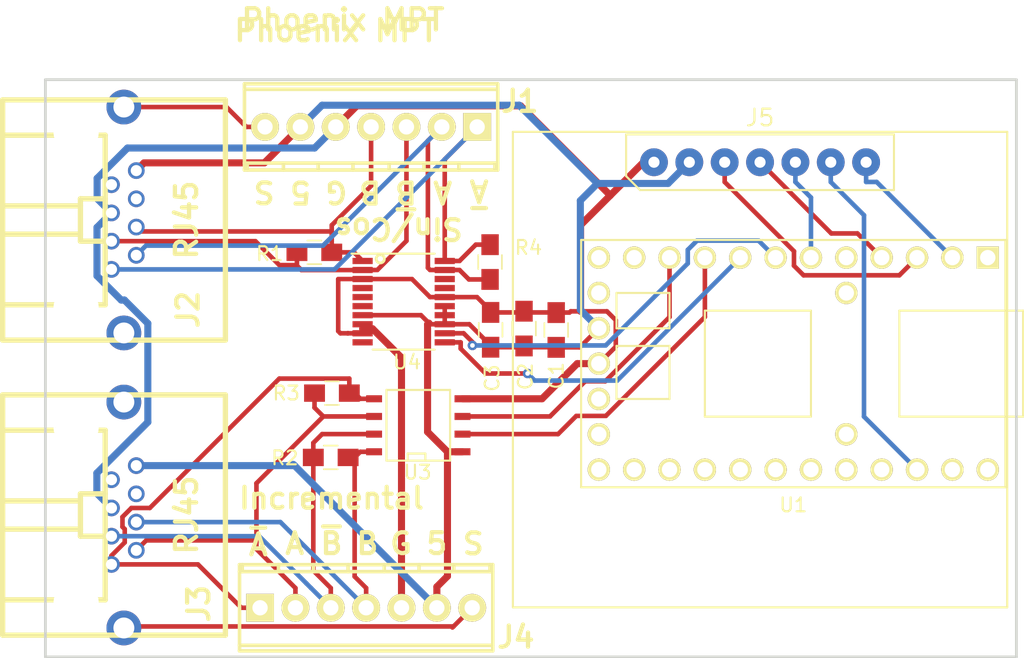
<source format=kicad_pcb>
(kicad_pcb (version 4) (host pcbnew 4.0.7-e2-6376~58~ubuntu17.04.1)

  (general
    (links 61)
    (no_connects 0)
    (area 30.060899 47.8028 103.986401 95.123)
    (thickness 1.6)
    (drawings 21)
    (tracks 227)
    (zones 0)
    (modules 15)
    (nets 22)
  )

  (page A4)
  (layers
    (0 F.Cu signal)
    (31 B.Cu signal)
    (32 B.Adhes user)
    (33 F.Adhes user)
    (34 B.Paste user)
    (35 F.Paste user)
    (36 B.SilkS user)
    (37 F.SilkS user)
    (38 B.Mask user)
    (39 F.Mask user)
    (40 Dwgs.User user)
    (41 Cmts.User user)
    (42 Eco1.User user)
    (43 Eco2.User user)
    (44 Edge.Cuts user)
    (45 Margin user)
    (46 B.CrtYd user)
    (47 F.CrtYd user)
    (48 B.Fab user)
    (49 F.Fab user hide)
  )

  (setup
    (last_trace_width 0.3302)
    (user_trace_width 0.3302)
    (trace_clearance 0.1778)
    (zone_clearance 0.508)
    (zone_45_only no)
    (trace_min 0.1524)
    (segment_width 0.2)
    (edge_width 0.2)
    (via_size 0.6858)
    (via_drill 0.3302)
    (via_min_size 0.6858)
    (via_min_drill 0.3302)
    (uvia_size 0.6858)
    (uvia_drill 0.3302)
    (uvias_allowed no)
    (uvia_min_size 0)
    (uvia_min_drill 0)
    (pcb_text_width 0.3)
    (pcb_text_size 1.5 1.5)
    (mod_edge_width 0.15)
    (mod_text_size 1 1)
    (mod_text_width 0.15)
    (pad_size 1.524 1.524)
    (pad_drill 0.762)
    (pad_to_mask_clearance 0.0508)
    (aux_axis_origin 0 0)
    (visible_elements FFFFFFFF)
    (pcbplotparams
      (layerselection 0x00030_80000001)
      (usegerberextensions false)
      (excludeedgelayer true)
      (linewidth 0.100000)
      (plotframeref false)
      (viasonmask false)
      (mode 1)
      (useauxorigin false)
      (hpglpennumber 1)
      (hpglpenspeed 20)
      (hpglpendiameter 15)
      (hpglpenoverlay 2)
      (psnegative false)
      (psa4output false)
      (plotreference true)
      (plotvalue true)
      (plotinvisibletext false)
      (padsonsilk false)
      (subtractmaskfromsilk false)
      (outputformat 1)
      (mirror false)
      (drillshape 0)
      (scaleselection 1)
      (outputdirectory ""))
  )

  (net 0 "")
  (net 1 "Net-(J1-Pad1)")
  (net 2 "Net-(J1-Pad2)")
  (net 3 "Net-(J1-Pad3)")
  (net 4 "Net-(J1-Pad4)")
  (net 5 "Net-(J1-Pad7)")
  (net 6 "Net-(U1-Pad10)")
  (net 7 "Net-(U1-Pad9)")
  (net 8 "Net-(U1-Pad8)")
  (net 9 "Net-(U1-Pad7)")
  (net 10 "Net-(J3-Pad3)")
  (net 11 "Net-(J3-Pad1)")
  (net 12 "Net-(J3-Pad2)")
  (net 13 "Net-(J3-Pad4)")
  (net 14 "Net-(J3-Pad9)")
  (net 15 "Net-(J5-Pad4)")
  (net 16 "Net-(J5-Pad3)")
  (net 17 "Net-(J5-Pad5)")
  (net 18 "Net-(J5-Pad6)")
  (net 19 GND)
  (net 20 +5V)
  (net 21 "Net-(J5-Pad7)")

  (net_class Default "This is the default net class."
    (clearance 0.1778)
    (trace_width 0.3302)
    (via_dia 0.6858)
    (via_drill 0.3302)
    (uvia_dia 0.6858)
    (uvia_drill 0.3302)
    (add_net "Net-(J1-Pad1)")
    (add_net "Net-(J1-Pad2)")
    (add_net "Net-(J1-Pad3)")
    (add_net "Net-(J1-Pad4)")
    (add_net "Net-(J1-Pad7)")
    (add_net "Net-(J3-Pad1)")
    (add_net "Net-(J3-Pad2)")
    (add_net "Net-(J3-Pad3)")
    (add_net "Net-(J3-Pad4)")
    (add_net "Net-(J3-Pad9)")
    (add_net "Net-(J5-Pad3)")
    (add_net "Net-(J5-Pad4)")
    (add_net "Net-(J5-Pad5)")
    (add_net "Net-(J5-Pad6)")
    (add_net "Net-(J5-Pad7)")
    (add_net "Net-(U1-Pad10)")
    (add_net "Net-(U1-Pad7)")
    (add_net "Net-(U1-Pad8)")
    (add_net "Net-(U1-Pad9)")
  )

  (net_class Power ""
    (clearance 0.1778)
    (trace_width 0.508)
    (via_dia 0.6858)
    (via_drill 0.3302)
    (uvia_dia 0.6858)
    (uvia_drill 0.3302)
    (add_net +5V)
    (add_net GND)
  )

  (module teensy:Teensy2.0 (layer F.Cu) (tedit 581B9E8B) (tstamp 5A4998B2)
    (at 87.2236 73.914 180)
    (descr 11)
    (path /5A4948E4)
    (fp_text reference U1 (at 0 -10.16 180) (layer F.SilkS)
      (effects (font (size 1 1) (thickness 0.15)))
    )
    (fp_text value Teensy2.0 (at 0 10.16 180) (layer F.Fab)
      (effects (font (size 1 1) (thickness 0.15)))
    )
    (fp_line (start 12.7 2.54) (end 8.89 2.54) (layer F.SilkS) (width 0.15))
    (fp_line (start 8.89 2.54) (end 8.89 5.08) (layer F.SilkS) (width 0.15))
    (fp_line (start 8.89 5.08) (end 12.7 5.08) (layer F.SilkS) (width 0.15))
    (fp_line (start 12.7 5.08) (end 12.7 2.54) (layer F.SilkS) (width 0.15))
    (fp_line (start 12.7 -2.54) (end 8.89 -2.54) (layer F.SilkS) (width 0.15))
    (fp_line (start 8.89 -2.54) (end 8.89 0) (layer F.SilkS) (width 0.15))
    (fp_line (start 8.89 0) (end 8.89 1.27) (layer F.SilkS) (width 0.15))
    (fp_line (start 8.89 1.27) (end 12.7 1.27) (layer F.SilkS) (width 0.15))
    (fp_line (start 12.7 1.27) (end 12.7 -2.54) (layer F.SilkS) (width 0.15))
    (fp_line (start -1.27 3.81) (end 6.35 3.81) (layer F.SilkS) (width 0.15))
    (fp_line (start 6.35 3.81) (end 6.35 -3.81) (layer F.SilkS) (width 0.15))
    (fp_line (start 6.35 -3.81) (end -1.27 -3.81) (layer F.SilkS) (width 0.15))
    (fp_line (start -1.27 -3.81) (end -1.27 3.81) (layer F.SilkS) (width 0.15))
    (fp_line (start -7.62 3.81) (end -16.51 3.81) (layer F.SilkS) (width 0.15))
    (fp_line (start -16.51 3.81) (end -16.51 -3.81) (layer F.SilkS) (width 0.15))
    (fp_line (start -16.51 -3.81) (end -7.62 -3.81) (layer F.SilkS) (width 0.15))
    (fp_line (start -7.62 -3.81) (end -7.62 3.81) (layer F.SilkS) (width 0.15))
    (fp_line (start -15.24 -8.89) (end 15.24 -8.89) (layer F.SilkS) (width 0.15))
    (fp_line (start 15.24 -8.89) (end 15.24 8.89) (layer F.SilkS) (width 0.15))
    (fp_line (start 15.24 8.89) (end -15.24 8.89) (layer F.SilkS) (width 0.15))
    (fp_line (start -15.24 8.89) (end -15.24 -8.89) (layer F.SilkS) (width 0.15))
    (pad 15 thru_hole circle (at 13.97 0 180) (size 1.6 1.6) (drill 1.1) (layers *.Cu *.Mask F.SilkS)
      (net 19 GND))
    (pad 1 thru_hole rect (at -13.97 7.62 180) (size 1.6 1.6) (drill 1.1) (layers *.Cu *.Mask F.SilkS))
    (pad 2 thru_hole circle (at -11.43 7.62 180) (size 1.6 1.6) (drill 1.1) (layers *.Cu *.Mask F.SilkS)
      (net 21 "Net-(J5-Pad7)"))
    (pad 3 thru_hole circle (at -8.89 7.62 180) (size 1.6 1.6) (drill 1.1) (layers *.Cu *.Mask F.SilkS)
      (net 16 "Net-(J5-Pad3)"))
    (pad 4 thru_hole circle (at -6.35 7.62 180) (size 1.6 1.6) (drill 1.1) (layers *.Cu *.Mask F.SilkS)
      (net 15 "Net-(J5-Pad4)"))
    (pad 5 thru_hole circle (at -3.81 7.62 180) (size 1.6 1.6) (drill 1.1) (layers *.Cu *.Mask F.SilkS))
    (pad 6 thru_hole circle (at -1.27 7.62 180) (size 1.6 1.6) (drill 1.1) (layers *.Cu *.Mask F.SilkS)
      (net 17 "Net-(J5-Pad5)"))
    (pad 7 thru_hole circle (at 1.27 7.62 180) (size 1.6 1.6) (drill 1.1) (layers *.Cu *.Mask F.SilkS)
      (net 9 "Net-(U1-Pad7)"))
    (pad 8 thru_hole circle (at 3.81 7.62 180) (size 1.6 1.6) (drill 1.1) (layers *.Cu *.Mask F.SilkS)
      (net 8 "Net-(U1-Pad8)"))
    (pad 9 thru_hole circle (at 6.35 7.62 180) (size 1.6 1.6) (drill 1.1) (layers *.Cu *.Mask F.SilkS)
      (net 7 "Net-(U1-Pad9)"))
    (pad 10 thru_hole circle (at 8.89 7.62 180) (size 1.6 1.6) (drill 1.1) (layers *.Cu *.Mask F.SilkS)
      (net 6 "Net-(U1-Pad10)"))
    (pad 11 thru_hole circle (at 11.43 7.62 180) (size 1.6 1.6) (drill 1.1) (layers *.Cu *.Mask F.SilkS))
    (pad 12 thru_hole circle (at 13.97 7.62 180) (size 1.6 1.6) (drill 1.1) (layers *.Cu *.Mask F.SilkS))
    (pad 13 thru_hole circle (at 13.97 5.08 180) (size 1.6 1.6) (drill 1.1) (layers *.Cu *.Mask F.SilkS))
    (pad 14 thru_hole circle (at 13.97 2.54 180) (size 1.6 1.6) (drill 1.1) (layers *.Cu *.Mask F.SilkS)
      (net 20 +5V))
    (pad 16 thru_hole circle (at 13.97 -2.54 180) (size 1.6 1.6) (drill 1.1) (layers *.Cu *.Mask F.SilkS))
    (pad 17 thru_hole circle (at 13.97 -5.08 180) (size 1.6 1.6) (drill 1.1) (layers *.Cu *.Mask F.SilkS))
    (pad 18 thru_hole circle (at 13.97 -7.62 180) (size 1.6 1.6) (drill 1.1) (layers *.Cu *.Mask F.SilkS))
    (pad 19 thru_hole circle (at 11.43 -7.62 180) (size 1.6 1.6) (drill 1.1) (layers *.Cu *.Mask F.SilkS))
    (pad 20 thru_hole circle (at 8.89 -7.62 180) (size 1.6 1.6) (drill 1.1) (layers *.Cu *.Mask F.SilkS))
    (pad 21 thru_hole circle (at 6.35 -7.62 180) (size 1.6 1.6) (drill 1.1) (layers *.Cu *.Mask F.SilkS))
    (pad 22 thru_hole circle (at 3.81 -7.62 180) (size 1.6 1.6) (drill 1.1) (layers *.Cu *.Mask F.SilkS))
    (pad 23 thru_hole circle (at 1.27 -7.62 180) (size 1.6 1.6) (drill 1.1) (layers *.Cu *.Mask F.SilkS))
    (pad 24 thru_hole circle (at -1.27 -7.62 180) (size 1.6 1.6) (drill 1.1) (layers *.Cu *.Mask F.SilkS))
    (pad 25 thru_hole circle (at -3.81 -7.62 180) (size 1.6 1.6) (drill 1.1) (layers *.Cu *.Mask F.SilkS))
    (pad 26 thru_hole circle (at -6.35 -7.62 180) (size 1.6 1.6) (drill 1.1) (layers *.Cu *.Mask F.SilkS))
    (pad 27 thru_hole circle (at -8.89 -7.62 180) (size 1.6 1.6) (drill 1.1) (layers *.Cu *.Mask F.SilkS)
      (net 18 "Net-(J5-Pad6)"))
    (pad 28 thru_hole circle (at -11.43 -7.62 180) (size 1.6 1.6) (drill 1.1) (layers *.Cu *.Mask F.SilkS))
    (pad 29 thru_hole circle (at -13.97 -7.62 180) (size 1.6 1.6) (drill 1.1) (layers *.Cu *.Mask F.SilkS))
    (pad 30 thru_hole circle (at -3.81 5.08 180) (size 1.6 1.6) (drill 1.1) (layers *.Cu *.Mask F.SilkS))
    (pad 31 thru_hole circle (at -3.81 -5.08 180) (size 1.6 1.6) (drill 1.1) (layers *.Cu *.Mask F.SilkS))
  )

  (module w_conn_mpt:mpt_0,5%2f7-2,54 (layer F.Cu) (tedit 0) (tstamp 5A499E0C)
    (at 56.896 56.896)
    (descr "7-way 2.54mm pitch terminal block, Phoenix MPT series")
    (path /5A49A5B7)
    (fp_text reference J1 (at 10.6807 -1.8415) (layer F.SilkS)
      (effects (font (thickness 0.3048)))
    )
    (fp_text value "Phoenix MPT" (at -2.5273 -6.9215) (layer F.SilkS)
      (effects (font (thickness 0.3048)))
    )
    (fp_line (start 9.10082 -3.0988) (end -9.10082 -3.0988) (layer F.SilkS) (width 0.254))
    (fp_line (start 9.10082 -2.70002) (end -9.10082 -2.70002) (layer F.SilkS) (width 0.254))
    (fp_line (start -9.10082 3.0988) (end 9.10082 3.0988) (layer F.SilkS) (width 0.254))
    (fp_line (start 9.10082 2.60096) (end -9.10082 2.60096) (layer F.SilkS) (width 0.254))
    (fp_line (start 6.2992 2.60096) (end 6.2992 3.0988) (layer F.SilkS) (width 0.254))
    (fp_line (start 3.79984 2.60096) (end 3.79984 3.0988) (layer F.SilkS) (width 0.254))
    (fp_line (start 1.30048 2.60096) (end 1.30048 3.0988) (layer F.SilkS) (width 0.254))
    (fp_line (start -1.30302 2.60096) (end -1.30302 3.0988) (layer F.SilkS) (width 0.254))
    (fp_line (start -3.79984 2.60096) (end -3.79984 3.0988) (layer F.SilkS) (width 0.254))
    (fp_line (start -8.89762 3.0988) (end -8.89762 2.60096) (layer F.SilkS) (width 0.254))
    (fp_line (start 8.89762 2.60096) (end 8.89762 3.0988) (layer F.SilkS) (width 0.254))
    (fp_line (start -6.29666 3.0988) (end -6.29666 2.60096) (layer F.SilkS) (width 0.254))
    (fp_line (start 9.09574 3.0988) (end 9.09574 -3.0988) (layer F.SilkS) (width 0.254))
    (fp_line (start -9.09574 -3.0988) (end -9.09574 3.0988) (layer F.SilkS) (width 0.254))
    (pad 4 thru_hole oval (at 0 0) (size 1.99898 1.99898) (drill 1.09728) (layers *.Cu *.Mask F.SilkS)
      (net 4 "Net-(J1-Pad4)"))
    (pad 1 thru_hole rect (at 7.62 0) (size 1.99898 1.99898) (drill 1.09728) (layers *.Cu *.Mask F.SilkS)
      (net 1 "Net-(J1-Pad1)"))
    (pad 2 thru_hole oval (at 5.08 0) (size 1.99898 1.99898) (drill 1.09728) (layers *.Cu *.Mask F.SilkS)
      (net 2 "Net-(J1-Pad2)"))
    (pad 3 thru_hole oval (at 2.54 0) (size 1.99898 1.99898) (drill 1.09728) (layers *.Cu *.Mask F.SilkS)
      (net 3 "Net-(J1-Pad3)"))
    (pad 5 thru_hole oval (at -2.54 0) (size 1.99898 1.99898) (drill 1.09728) (layers *.Cu *.Mask F.SilkS)
      (net 19 GND))
    (pad 6 thru_hole oval (at -5.08 0) (size 1.99898 1.99898) (drill 1.09728) (layers *.Cu *.Mask F.SilkS)
      (net 20 +5V))
    (pad 7 thru_hole oval (at -7.62 0) (size 1.99898 1.99898) (drill 1.09728) (layers *.Cu *.Mask F.SilkS)
      (net 5 "Net-(J1-Pad7)"))
    (model walter/conn_mpt/mpt_0,5-7-2,54.wrl
      (at (xyz 0 0 0))
      (scale (xyz 1 1 1))
      (rotate (xyz 0 0 0))
    )
  )

  (module w_conn_mpt:mpt_0,5%2f7-2,54 (layer F.Cu) (tedit 0) (tstamp 5A499E25)
    (at 56.5404 91.4654 180)
    (descr "7-way 2.54mm pitch terminal block, Phoenix MPT series")
    (path /5A49A780)
    (fp_text reference J4 (at -10.7569 -2.1082 180) (layer F.SilkS)
      (effects (font (thickness 0.3048)))
    )
    (fp_text value "Phoenix MPT" (at 1.6637 42.2656 180) (layer F.SilkS)
      (effects (font (thickness 0.3048)))
    )
    (fp_line (start 9.10082 -3.0988) (end -9.10082 -3.0988) (layer F.SilkS) (width 0.254))
    (fp_line (start 9.10082 -2.70002) (end -9.10082 -2.70002) (layer F.SilkS) (width 0.254))
    (fp_line (start -9.10082 3.0988) (end 9.10082 3.0988) (layer F.SilkS) (width 0.254))
    (fp_line (start 9.10082 2.60096) (end -9.10082 2.60096) (layer F.SilkS) (width 0.254))
    (fp_line (start 6.2992 2.60096) (end 6.2992 3.0988) (layer F.SilkS) (width 0.254))
    (fp_line (start 3.79984 2.60096) (end 3.79984 3.0988) (layer F.SilkS) (width 0.254))
    (fp_line (start 1.30048 2.60096) (end 1.30048 3.0988) (layer F.SilkS) (width 0.254))
    (fp_line (start -1.30302 2.60096) (end -1.30302 3.0988) (layer F.SilkS) (width 0.254))
    (fp_line (start -3.79984 2.60096) (end -3.79984 3.0988) (layer F.SilkS) (width 0.254))
    (fp_line (start -8.89762 3.0988) (end -8.89762 2.60096) (layer F.SilkS) (width 0.254))
    (fp_line (start 8.89762 2.60096) (end 8.89762 3.0988) (layer F.SilkS) (width 0.254))
    (fp_line (start -6.29666 3.0988) (end -6.29666 2.60096) (layer F.SilkS) (width 0.254))
    (fp_line (start 9.09574 3.0988) (end 9.09574 -3.0988) (layer F.SilkS) (width 0.254))
    (fp_line (start -9.09574 -3.0988) (end -9.09574 3.0988) (layer F.SilkS) (width 0.254))
    (pad 4 thru_hole oval (at 0 0 180) (size 1.99898 1.99898) (drill 1.09728) (layers *.Cu *.Mask F.SilkS)
      (net 13 "Net-(J3-Pad4)"))
    (pad 1 thru_hole rect (at 7.62 0 180) (size 1.99898 1.99898) (drill 1.09728) (layers *.Cu *.Mask F.SilkS)
      (net 11 "Net-(J3-Pad1)"))
    (pad 2 thru_hole oval (at 5.08 0 180) (size 1.99898 1.99898) (drill 1.09728) (layers *.Cu *.Mask F.SilkS)
      (net 12 "Net-(J3-Pad2)"))
    (pad 3 thru_hole oval (at 2.54 0 180) (size 1.99898 1.99898) (drill 1.09728) (layers *.Cu *.Mask F.SilkS)
      (net 10 "Net-(J3-Pad3)"))
    (pad 5 thru_hole oval (at -2.54 0 180) (size 1.99898 1.99898) (drill 1.09728) (layers *.Cu *.Mask F.SilkS)
      (net 19 GND))
    (pad 6 thru_hole oval (at -5.08 0 180) (size 1.99898 1.99898) (drill 1.09728) (layers *.Cu *.Mask F.SilkS)
      (net 20 +5V))
    (pad 7 thru_hole oval (at -7.62 0 180) (size 1.99898 1.99898) (drill 1.09728) (layers *.Cu *.Mask F.SilkS)
      (net 14 "Net-(J3-Pad9)"))
    (model walter/conn_mpt/mpt_0,5-7-2,54.wrl
      (at (xyz 0 0 0))
      (scale (xyz 1 1 1))
      (rotate (xyz 0 0 0))
    )
  )

  (module SMD_Packages:SOIC-8-N (layer F.Cu) (tedit 0) (tstamp 5A49BF82)
    (at 60.2869 78.3463 90)
    (descr "Module Narrow CMS SOJ 8 pins large")
    (tags "CMS SOJ")
    (path /5A49BF5B)
    (attr smd)
    (fp_text reference U3 (at -3.3782 -0.0508 180) (layer F.SilkS)
      (effects (font (size 1 1) (thickness 0.15)))
    )
    (fp_text value UA9637 (at 0 1.27 90) (layer F.Fab)
      (effects (font (size 1 1) (thickness 0.15)))
    )
    (fp_line (start -2.54 -2.286) (end 2.54 -2.286) (layer F.SilkS) (width 0.15))
    (fp_line (start 2.54 -2.286) (end 2.54 2.286) (layer F.SilkS) (width 0.15))
    (fp_line (start 2.54 2.286) (end -2.54 2.286) (layer F.SilkS) (width 0.15))
    (fp_line (start -2.54 2.286) (end -2.54 -2.286) (layer F.SilkS) (width 0.15))
    (fp_line (start -2.54 -0.762) (end -2.032 -0.762) (layer F.SilkS) (width 0.15))
    (fp_line (start -2.032 -0.762) (end -2.032 0.508) (layer F.SilkS) (width 0.15))
    (fp_line (start -2.032 0.508) (end -2.54 0.508) (layer F.SilkS) (width 0.15))
    (pad 8 smd rect (at -1.905 -3.175 90) (size 0.508 1.143) (layers F.Cu F.Paste F.Mask)
      (net 13 "Net-(J3-Pad4)"))
    (pad 7 smd rect (at -0.635 -3.175 90) (size 0.508 1.143) (layers F.Cu F.Paste F.Mask)
      (net 10 "Net-(J3-Pad3)"))
    (pad 6 smd rect (at 0.635 -3.175 90) (size 0.508 1.143) (layers F.Cu F.Paste F.Mask)
      (net 12 "Net-(J3-Pad2)"))
    (pad 5 smd rect (at 1.905 -3.175 90) (size 0.508 1.143) (layers F.Cu F.Paste F.Mask)
      (net 11 "Net-(J3-Pad1)"))
    (pad 4 smd rect (at 1.905 3.175 90) (size 0.508 1.143) (layers F.Cu F.Paste F.Mask)
      (net 19 GND))
    (pad 3 smd rect (at 0.635 3.175 90) (size 0.508 1.143) (layers F.Cu F.Paste F.Mask)
      (net 6 "Net-(U1-Pad10)"))
    (pad 2 smd rect (at -0.635 3.175 90) (size 0.508 1.143) (layers F.Cu F.Paste F.Mask)
      (net 7 "Net-(U1-Pad9)"))
    (pad 1 smd rect (at -1.905 3.175 90) (size 0.508 1.143) (layers F.Cu F.Paste F.Mask)
      (net 20 +5V))
    (model SMD_Packages.3dshapes/SOIC-8-N.wrl
      (at (xyz 0 0 0))
      (scale (xyz 0.5 0.38 0.5))
      (rotate (xyz 0 0 0))
    )
  )

  (module Housings_SSOP:TSSOP-20_4.4x6.5mm_Pitch0.65mm (layer F.Cu) (tedit 54130A77) (tstamp 5A49C33B)
    (at 59.2364 69.458)
    (descr "20-Lead Plastic Thin Shrink Small Outline (ST)-4.4 mm Body [TSSOP] (see Microchip Packaging Specification 00000049BS.pdf)")
    (tags "SSOP 0.65")
    (path /5A49CDBA)
    (attr smd)
    (fp_text reference U4 (at 0.2377 4.3417) (layer F.SilkS)
      (effects (font (size 1 1) (thickness 0.15)))
    )
    (fp_text value IC-Haus_iC-NV (at 0 4.3) (layer F.Fab)
      (effects (font (size 1 1) (thickness 0.15)))
    )
    (fp_line (start -1.2 -3.25) (end 2.2 -3.25) (layer F.Fab) (width 0.15))
    (fp_line (start 2.2 -3.25) (end 2.2 3.25) (layer F.Fab) (width 0.15))
    (fp_line (start 2.2 3.25) (end -2.2 3.25) (layer F.Fab) (width 0.15))
    (fp_line (start -2.2 3.25) (end -2.2 -2.25) (layer F.Fab) (width 0.15))
    (fp_line (start -2.2 -2.25) (end -1.2 -3.25) (layer F.Fab) (width 0.15))
    (fp_line (start -3.95 -3.55) (end -3.95 3.55) (layer F.CrtYd) (width 0.05))
    (fp_line (start 3.95 -3.55) (end 3.95 3.55) (layer F.CrtYd) (width 0.05))
    (fp_line (start -3.95 -3.55) (end 3.95 -3.55) (layer F.CrtYd) (width 0.05))
    (fp_line (start -3.95 3.55) (end 3.95 3.55) (layer F.CrtYd) (width 0.05))
    (fp_line (start -2.225 3.45) (end 2.225 3.45) (layer F.SilkS) (width 0.15))
    (fp_line (start -3.75 -3.45) (end 2.225 -3.45) (layer F.SilkS) (width 0.15))
    (fp_text user %R (at 0 0) (layer F.Fab)
      (effects (font (size 0.8 0.8) (thickness 0.15)))
    )
    (pad 1 smd rect (at -2.95 -2.925) (size 1.45 0.45) (layers F.Cu F.Paste F.Mask)
      (net 4 "Net-(J1-Pad4)"))
    (pad 2 smd rect (at -2.95 -2.275) (size 1.45 0.45) (layers F.Cu F.Paste F.Mask)
      (net 3 "Net-(J1-Pad3)"))
    (pad 3 smd rect (at -2.95 -1.625) (size 1.45 0.45) (layers F.Cu F.Paste F.Mask)
      (net 19 GND))
    (pad 4 smd rect (at -2.95 -0.975) (size 1.45 0.45) (layers F.Cu F.Paste F.Mask))
    (pad 5 smd rect (at -2.95 -0.325) (size 1.45 0.45) (layers F.Cu F.Paste F.Mask))
    (pad 6 smd rect (at -2.95 0.325) (size 1.45 0.45) (layers F.Cu F.Paste F.Mask))
    (pad 7 smd rect (at -2.95 0.975) (size 1.45 0.45) (layers F.Cu F.Paste F.Mask)
      (net 20 +5V))
    (pad 8 smd rect (at -2.95 1.625) (size 1.45 0.45) (layers F.Cu F.Paste F.Mask)
      (net 19 GND))
    (pad 9 smd rect (at -2.95 2.275) (size 1.45 0.45) (layers F.Cu F.Paste F.Mask)
      (net 19 GND))
    (pad 10 smd rect (at -2.95 2.925) (size 1.45 0.45) (layers F.Cu F.Paste F.Mask))
    (pad 11 smd rect (at 2.95 2.925) (size 1.45 0.45) (layers F.Cu F.Paste F.Mask)
      (net 8 "Net-(U1-Pad8)"))
    (pad 12 smd rect (at 2.95 2.275) (size 1.45 0.45) (layers F.Cu F.Paste F.Mask)
      (net 9 "Net-(U1-Pad7)"))
    (pad 13 smd rect (at 2.95 1.625) (size 1.45 0.45) (layers F.Cu F.Paste F.Mask)
      (net 20 +5V))
    (pad 14 smd rect (at 2.95 0.975) (size 1.45 0.45) (layers F.Cu F.Paste F.Mask)
      (net 20 +5V))
    (pad 15 smd rect (at 2.95 0.325) (size 1.45 0.45) (layers F.Cu F.Paste F.Mask)
      (net 20 +5V))
    (pad 16 smd rect (at 2.95 -0.325) (size 1.45 0.45) (layers F.Cu F.Paste F.Mask)
      (net 19 GND))
    (pad 17 smd rect (at 2.95 -0.975) (size 1.45 0.45) (layers F.Cu F.Paste F.Mask))
    (pad 18 smd rect (at 2.95 -1.625) (size 1.45 0.45) (layers F.Cu F.Paste F.Mask))
    (pad 19 smd rect (at 2.95 -2.275) (size 1.45 0.45) (layers F.Cu F.Paste F.Mask)
      (net 2 "Net-(J1-Pad2)"))
    (pad 20 smd rect (at 2.95 -2.925) (size 1.45 0.45) (layers F.Cu F.Paste F.Mask)
      (net 1 "Net-(J1-Pad1)"))
    (model ${KISYS3DMOD}/Housings_SSOP.3dshapes/TSSOP-20_4.4x6.5mm_Pitch0.65mm.wrl
      (at (xyz 0 0 0))
      (scale (xyz 1 1 1))
      (rotate (xyz 0 0 0))
    )
  )

  (module OLED_SPI_1:OLED_SPI_1.3 (layer F.Cu) (tedit 5A498E3E) (tstamp 5A49F505)
    (at 84.836 59.436)
    (path /5A49F383)
    (fp_text reference J5 (at 0 -3.2) (layer F.SilkS)
      (effects (font (size 1.2 1.2) (thickness 0.15)))
    )
    (fp_text value OLED (at 0 3.2) (layer F.Fab)
      (effects (font (size 1.2 1.2) (thickness 0.15)))
    )
    (fp_line (start -17.7546 -2.1844) (end -17.7546 32) (layer F.SilkS) (width 0.15))
    (fp_line (start -17.75 32) (end 17.75 32) (layer F.SilkS) (width 0.15))
    (fp_line (start -17.7546 -2.1844) (end 17.7546 -2.1844) (layer F.SilkS) (width 0.15))
    (fp_line (start 17.7546 -2.1844) (end 17.7546 32) (layer F.SilkS) (width 0.15))
    (fp_line (start -8.62 2) (end -9.62 1) (layer F.SilkS) (width 0.15))
    (fp_line (start -9.62 1) (end -9.62 -2) (layer F.SilkS) (width 0.15))
    (fp_line (start -9.62 -2) (end 9.62 -2) (layer F.SilkS) (width 0.15))
    (fp_line (start 9.62 -2) (end 9.62 2) (layer F.SilkS) (width 0.15))
    (fp_line (start 9.62 2) (end -8.62 2) (layer F.SilkS) (width 0.15))
    (fp_line (start -9.62 -2) (end 9.62 -2) (layer F.CrtYd) (width 0.15))
    (fp_line (start 9.62 -2) (end 9.62 2) (layer F.CrtYd) (width 0.15))
    (fp_line (start 9.62 2) (end -9.62 2) (layer F.CrtYd) (width 0.15))
    (fp_line (start -9.62 2) (end -9.62 -2) (layer F.CrtYd) (width 0.15))
    (pad 1 thru_hole oval (at -7.62 0) (size 2 2) (drill 0.8) (layers *.Cu *.Mask)
      (net 19 GND))
    (pad 2 thru_hole oval (at -5.08 0) (size 2 2) (drill 0.8) (layers *.Cu *.Mask)
      (net 20 +5V))
    (pad 3 thru_hole oval (at -2.54 0) (size 2 2) (drill 0.8) (layers *.Cu *.Mask)
      (net 16 "Net-(J5-Pad3)"))
    (pad 4 thru_hole oval (at 0 0) (size 2 2) (drill 0.8) (layers *.Cu *.Mask)
      (net 15 "Net-(J5-Pad4)"))
    (pad 5 thru_hole oval (at 2.54 0) (size 2 2) (drill 0.8) (layers *.Cu *.Mask)
      (net 17 "Net-(J5-Pad5)"))
    (pad 6 thru_hole oval (at 5.08 0) (size 2 2) (drill 0.8) (layers *.Cu *.Mask)
      (net 18 "Net-(J5-Pad6)"))
    (pad 7 thru_hole oval (at 7.62 0) (size 2 2) (drill 0.8) (layers *.Cu *.Mask)
      (net 21 "Net-(J5-Pad7)"))
    (pad "" np_thru_hole circle (at -15.75 0.3) (size 3 3) (drill 3) (layers *.Cu *.Mask))
    (pad "" np_thru_hole circle (at 15.75 0.3) (size 3 3) (drill 3) (layers *.Cu *.Mask))
    (pad "" np_thru_hole circle (at -15.75 30) (size 3 3) (drill 3) (layers *.Cu *.Mask))
    (pad "" np_thru_hole circle (at 15.75 30) (size 3 3) (drill 3) (layers *.Cu *.Mask))
  )

  (module Capacitors_SMD:C_0805_HandSoldering (layer F.Cu) (tedit 58AA84A8) (tstamp 5A4A0DDB)
    (at 70.1929 71.4937 270)
    (descr "Capacitor SMD 0805, hand soldering")
    (tags "capacitor 0805")
    (path /5A4A1163)
    (attr smd)
    (fp_text reference C1 (at 3.2966 -0.0127 270) (layer F.SilkS)
      (effects (font (size 1 1) (thickness 0.15)))
    )
    (fp_text value 0.1u (at 0 1.75 270) (layer F.Fab)
      (effects (font (size 1 1) (thickness 0.15)))
    )
    (fp_text user %R (at 0 -1.75 270) (layer F.Fab)
      (effects (font (size 1 1) (thickness 0.15)))
    )
    (fp_line (start -1 0.62) (end -1 -0.62) (layer F.Fab) (width 0.1))
    (fp_line (start 1 0.62) (end -1 0.62) (layer F.Fab) (width 0.1))
    (fp_line (start 1 -0.62) (end 1 0.62) (layer F.Fab) (width 0.1))
    (fp_line (start -1 -0.62) (end 1 -0.62) (layer F.Fab) (width 0.1))
    (fp_line (start 0.5 -0.85) (end -0.5 -0.85) (layer F.SilkS) (width 0.12))
    (fp_line (start -0.5 0.85) (end 0.5 0.85) (layer F.SilkS) (width 0.12))
    (fp_line (start -2.25 -0.88) (end 2.25 -0.88) (layer F.CrtYd) (width 0.05))
    (fp_line (start -2.25 -0.88) (end -2.25 0.87) (layer F.CrtYd) (width 0.05))
    (fp_line (start 2.25 0.87) (end 2.25 -0.88) (layer F.CrtYd) (width 0.05))
    (fp_line (start 2.25 0.87) (end -2.25 0.87) (layer F.CrtYd) (width 0.05))
    (pad 1 smd rect (at -1.25 0 270) (size 1.5 1.25) (layers F.Cu F.Paste F.Mask)
      (net 19 GND))
    (pad 2 smd rect (at 1.25 0 270) (size 1.5 1.25) (layers F.Cu F.Paste F.Mask)
      (net 20 +5V))
    (model Capacitors_SMD.3dshapes/C_0805.wrl
      (at (xyz 0 0 0))
      (scale (xyz 1 1 1))
      (rotate (xyz 0 0 0))
    )
  )

  (module Capacitors_SMD:C_0805_HandSoldering (layer F.Cu) (tedit 58AA84A8) (tstamp 5A4A0DEC)
    (at 67.8815 71.394 270)
    (descr "Capacitor SMD 0805, hand soldering")
    (tags "capacitor 0805")
    (path /5A4A14EE)
    (attr smd)
    (fp_text reference C2 (at 3.4471 -0.1016 270) (layer F.SilkS)
      (effects (font (size 1 1) (thickness 0.15)))
    )
    (fp_text value 1u (at 0 1.75 270) (layer F.Fab)
      (effects (font (size 1 1) (thickness 0.15)))
    )
    (fp_text user %R (at 0 -1.75 270) (layer F.Fab)
      (effects (font (size 1 1) (thickness 0.15)))
    )
    (fp_line (start -1 0.62) (end -1 -0.62) (layer F.Fab) (width 0.1))
    (fp_line (start 1 0.62) (end -1 0.62) (layer F.Fab) (width 0.1))
    (fp_line (start 1 -0.62) (end 1 0.62) (layer F.Fab) (width 0.1))
    (fp_line (start -1 -0.62) (end 1 -0.62) (layer F.Fab) (width 0.1))
    (fp_line (start 0.5 -0.85) (end -0.5 -0.85) (layer F.SilkS) (width 0.12))
    (fp_line (start -0.5 0.85) (end 0.5 0.85) (layer F.SilkS) (width 0.12))
    (fp_line (start -2.25 -0.88) (end 2.25 -0.88) (layer F.CrtYd) (width 0.05))
    (fp_line (start -2.25 -0.88) (end -2.25 0.87) (layer F.CrtYd) (width 0.05))
    (fp_line (start 2.25 0.87) (end 2.25 -0.88) (layer F.CrtYd) (width 0.05))
    (fp_line (start 2.25 0.87) (end -2.25 0.87) (layer F.CrtYd) (width 0.05))
    (pad 1 smd rect (at -1.25 0 270) (size 1.5 1.25) (layers F.Cu F.Paste F.Mask)
      (net 19 GND))
    (pad 2 smd rect (at 1.25 0 270) (size 1.5 1.25) (layers F.Cu F.Paste F.Mask)
      (net 20 +5V))
    (model Capacitors_SMD.3dshapes/C_0805.wrl
      (at (xyz 0 0 0))
      (scale (xyz 1 1 1))
      (rotate (xyz 0 0 0))
    )
  )

  (module Capacitors_SMD:C_0805_HandSoldering (layer F.Cu) (tedit 58AA84A8) (tstamp 5A4A0DFD)
    (at 65.4812 71.4829 270)
    (descr "Capacitor SMD 0805, hand soldering")
    (tags "capacitor 0805")
    (path /5A4A1746)
    (attr smd)
    (fp_text reference C3 (at 3.4725 -0.1143 270) (layer F.SilkS)
      (effects (font (size 1 1) (thickness 0.15)))
    )
    (fp_text value 10u (at 0 1.75 270) (layer F.Fab)
      (effects (font (size 1 1) (thickness 0.15)))
    )
    (fp_text user %R (at 0 -1.75 270) (layer F.Fab)
      (effects (font (size 1 1) (thickness 0.15)))
    )
    (fp_line (start -1 0.62) (end -1 -0.62) (layer F.Fab) (width 0.1))
    (fp_line (start 1 0.62) (end -1 0.62) (layer F.Fab) (width 0.1))
    (fp_line (start 1 -0.62) (end 1 0.62) (layer F.Fab) (width 0.1))
    (fp_line (start -1 -0.62) (end 1 -0.62) (layer F.Fab) (width 0.1))
    (fp_line (start 0.5 -0.85) (end -0.5 -0.85) (layer F.SilkS) (width 0.12))
    (fp_line (start -0.5 0.85) (end 0.5 0.85) (layer F.SilkS) (width 0.12))
    (fp_line (start -2.25 -0.88) (end 2.25 -0.88) (layer F.CrtYd) (width 0.05))
    (fp_line (start -2.25 -0.88) (end -2.25 0.87) (layer F.CrtYd) (width 0.05))
    (fp_line (start 2.25 0.87) (end 2.25 -0.88) (layer F.CrtYd) (width 0.05))
    (fp_line (start 2.25 0.87) (end -2.25 0.87) (layer F.CrtYd) (width 0.05))
    (pad 1 smd rect (at -1.25 0 270) (size 1.5 1.25) (layers F.Cu F.Paste F.Mask)
      (net 19 GND))
    (pad 2 smd rect (at 1.25 0 270) (size 1.5 1.25) (layers F.Cu F.Paste F.Mask)
      (net 20 +5V))
    (model Capacitors_SMD.3dshapes/C_0805.wrl
      (at (xyz 0 0 0))
      (scale (xyz 1 1 1))
      (rotate (xyz 0 0 0))
    )
  )

  (module Capacitors_SMD:C_0805_HandSoldering (layer F.Cu) (tedit 58AA84A8) (tstamp 5A4A0E0E)
    (at 52.8193 65.913)
    (descr "Capacitor SMD 0805, hand soldering")
    (tags "capacitor 0805")
    (path /5A4A0C38)
    (attr smd)
    (fp_text reference R1 (at -3.2131 0.1016) (layer F.SilkS)
      (effects (font (size 1 1) (thickness 0.15)))
    )
    (fp_text value R120 (at 0 1.75) (layer F.Fab)
      (effects (font (size 1 1) (thickness 0.15)))
    )
    (fp_text user %R (at 0 -1.75) (layer F.Fab)
      (effects (font (size 1 1) (thickness 0.15)))
    )
    (fp_line (start -1 0.62) (end -1 -0.62) (layer F.Fab) (width 0.1))
    (fp_line (start 1 0.62) (end -1 0.62) (layer F.Fab) (width 0.1))
    (fp_line (start 1 -0.62) (end 1 0.62) (layer F.Fab) (width 0.1))
    (fp_line (start -1 -0.62) (end 1 -0.62) (layer F.Fab) (width 0.1))
    (fp_line (start 0.5 -0.85) (end -0.5 -0.85) (layer F.SilkS) (width 0.12))
    (fp_line (start -0.5 0.85) (end 0.5 0.85) (layer F.SilkS) (width 0.12))
    (fp_line (start -2.25 -0.88) (end 2.25 -0.88) (layer F.CrtYd) (width 0.05))
    (fp_line (start -2.25 -0.88) (end -2.25 0.87) (layer F.CrtYd) (width 0.05))
    (fp_line (start 2.25 0.87) (end 2.25 -0.88) (layer F.CrtYd) (width 0.05))
    (fp_line (start 2.25 0.87) (end -2.25 0.87) (layer F.CrtYd) (width 0.05))
    (pad 1 smd rect (at -1.25 0) (size 1.5 1.25) (layers F.Cu F.Paste F.Mask)
      (net 3 "Net-(J1-Pad3)"))
    (pad 2 smd rect (at 1.25 0) (size 1.5 1.25) (layers F.Cu F.Paste F.Mask)
      (net 4 "Net-(J1-Pad4)"))
    (model Capacitors_SMD.3dshapes/C_0805.wrl
      (at (xyz 0 0 0))
      (scale (xyz 1 1 1))
      (rotate (xyz 0 0 0))
    )
  )

  (module Capacitors_SMD:C_0805_HandSoldering (layer F.Cu) (tedit 58AA84A8) (tstamp 5A4A0E1F)
    (at 53.995 80.6577)
    (descr "Capacitor SMD 0805, hand soldering")
    (tags "capacitor 0805")
    (path /5A4A0DE7)
    (attr smd)
    (fp_text reference R2 (at -3.2966 0.0381) (layer F.SilkS)
      (effects (font (size 1 1) (thickness 0.15)))
    )
    (fp_text value R120 (at 0 1.75) (layer F.Fab)
      (effects (font (size 1 1) (thickness 0.15)))
    )
    (fp_text user %R (at 0 -1.75) (layer F.Fab)
      (effects (font (size 1 1) (thickness 0.15)))
    )
    (fp_line (start -1 0.62) (end -1 -0.62) (layer F.Fab) (width 0.1))
    (fp_line (start 1 0.62) (end -1 0.62) (layer F.Fab) (width 0.1))
    (fp_line (start 1 -0.62) (end 1 0.62) (layer F.Fab) (width 0.1))
    (fp_line (start -1 -0.62) (end 1 -0.62) (layer F.Fab) (width 0.1))
    (fp_line (start 0.5 -0.85) (end -0.5 -0.85) (layer F.SilkS) (width 0.12))
    (fp_line (start -0.5 0.85) (end 0.5 0.85) (layer F.SilkS) (width 0.12))
    (fp_line (start -2.25 -0.88) (end 2.25 -0.88) (layer F.CrtYd) (width 0.05))
    (fp_line (start -2.25 -0.88) (end -2.25 0.87) (layer F.CrtYd) (width 0.05))
    (fp_line (start 2.25 0.87) (end 2.25 -0.88) (layer F.CrtYd) (width 0.05))
    (fp_line (start 2.25 0.87) (end -2.25 0.87) (layer F.CrtYd) (width 0.05))
    (pad 1 smd rect (at -1.25 0) (size 1.5 1.25) (layers F.Cu F.Paste F.Mask)
      (net 10 "Net-(J3-Pad3)"))
    (pad 2 smd rect (at 1.25 0) (size 1.5 1.25) (layers F.Cu F.Paste F.Mask)
      (net 13 "Net-(J3-Pad4)"))
    (model Capacitors_SMD.3dshapes/C_0805.wrl
      (at (xyz 0 0 0))
      (scale (xyz 1 1 1))
      (rotate (xyz 0 0 0))
    )
  )

  (module Capacitors_SMD:C_0805_HandSoldering (layer F.Cu) (tedit 58AA84A8) (tstamp 5A4A0E30)
    (at 54.082 76.0349 180)
    (descr "Capacitor SMD 0805, hand soldering")
    (tags "capacitor 0805")
    (path /5A4A0F8F)
    (attr smd)
    (fp_text reference R3 (at 3.282 0 180) (layer F.SilkS)
      (effects (font (size 1 1) (thickness 0.15)))
    )
    (fp_text value R120 (at 0 1.75 180) (layer F.Fab)
      (effects (font (size 1 1) (thickness 0.15)))
    )
    (fp_text user %R (at 0 -1.75 180) (layer F.Fab)
      (effects (font (size 1 1) (thickness 0.15)))
    )
    (fp_line (start -1 0.62) (end -1 -0.62) (layer F.Fab) (width 0.1))
    (fp_line (start 1 0.62) (end -1 0.62) (layer F.Fab) (width 0.1))
    (fp_line (start 1 -0.62) (end 1 0.62) (layer F.Fab) (width 0.1))
    (fp_line (start -1 -0.62) (end 1 -0.62) (layer F.Fab) (width 0.1))
    (fp_line (start 0.5 -0.85) (end -0.5 -0.85) (layer F.SilkS) (width 0.12))
    (fp_line (start -0.5 0.85) (end 0.5 0.85) (layer F.SilkS) (width 0.12))
    (fp_line (start -2.25 -0.88) (end 2.25 -0.88) (layer F.CrtYd) (width 0.05))
    (fp_line (start -2.25 -0.88) (end -2.25 0.87) (layer F.CrtYd) (width 0.05))
    (fp_line (start 2.25 0.87) (end 2.25 -0.88) (layer F.CrtYd) (width 0.05))
    (fp_line (start 2.25 0.87) (end -2.25 0.87) (layer F.CrtYd) (width 0.05))
    (pad 1 smd rect (at -1.25 0 180) (size 1.5 1.25) (layers F.Cu F.Paste F.Mask)
      (net 11 "Net-(J3-Pad1)"))
    (pad 2 smd rect (at 1.25 0 180) (size 1.5 1.25) (layers F.Cu F.Paste F.Mask)
      (net 12 "Net-(J3-Pad2)"))
    (model Capacitors_SMD.3dshapes/C_0805.wrl
      (at (xyz 0 0 0))
      (scale (xyz 1 1 1))
      (rotate (xyz 0 0 0))
    )
  )

  (module Capacitors_SMD:C_0805_HandSoldering (layer F.Cu) (tedit 58AA84A8) (tstamp 5A4A0E41)
    (at 65.4431 66.6115 90)
    (descr "Capacitor SMD 0805, hand soldering")
    (tags "capacitor 0805")
    (path /5A4A0AE9)
    (attr smd)
    (fp_text reference R4 (at 1.0414 2.7559 180) (layer F.SilkS)
      (effects (font (size 1 1) (thickness 0.15)))
    )
    (fp_text value R120 (at 0 1.75 90) (layer F.Fab)
      (effects (font (size 1 1) (thickness 0.15)))
    )
    (fp_text user %R (at 0 -1.75 90) (layer F.Fab)
      (effects (font (size 1 1) (thickness 0.15)))
    )
    (fp_line (start -1 0.62) (end -1 -0.62) (layer F.Fab) (width 0.1))
    (fp_line (start 1 0.62) (end -1 0.62) (layer F.Fab) (width 0.1))
    (fp_line (start 1 -0.62) (end 1 0.62) (layer F.Fab) (width 0.1))
    (fp_line (start -1 -0.62) (end 1 -0.62) (layer F.Fab) (width 0.1))
    (fp_line (start 0.5 -0.85) (end -0.5 -0.85) (layer F.SilkS) (width 0.12))
    (fp_line (start -0.5 0.85) (end 0.5 0.85) (layer F.SilkS) (width 0.12))
    (fp_line (start -2.25 -0.88) (end 2.25 -0.88) (layer F.CrtYd) (width 0.05))
    (fp_line (start -2.25 -0.88) (end -2.25 0.87) (layer F.CrtYd) (width 0.05))
    (fp_line (start 2.25 0.87) (end 2.25 -0.88) (layer F.CrtYd) (width 0.05))
    (fp_line (start 2.25 0.87) (end -2.25 0.87) (layer F.CrtYd) (width 0.05))
    (pad 1 smd rect (at -1.25 0 90) (size 1.5 1.25) (layers F.Cu F.Paste F.Mask)
      (net 2 "Net-(J1-Pad2)"))
    (pad 2 smd rect (at 1.25 0 90) (size 1.5 1.25) (layers F.Cu F.Paste F.Mask)
      (net 1 "Net-(J1-Pad1)"))
    (model Capacitors_SMD.3dshapes/C_0805.wrl
      (at (xyz 0 0 0))
      (scale (xyz 1 1 1))
      (rotate (xyz 0 0 0))
    )
  )

  (module RJ45_Wurth:RJ45 (layer F.Cu) (tedit 5A4ACEF2) (tstamp 5A4AD284)
    (at 35.7632 63.5889 270)
    (descr "RJ45, shielded")
    (path /5A48C033)
    (fp_text reference J2 (at 6.4389 -7.9756 270) (layer F.SilkS)
      (effects (font (thickness 0.3048)))
    )
    (fp_text value RJ45 (at 0 -7.874 270) (layer F.SilkS)
      (effects (font (thickness 0.3048)))
    )
    (fp_line (start 8.636 5.334) (end 8.636 -10.666) (layer F.SilkS) (width 0.381))
    (fp_line (start -8.636 -10.666) (end -8.636 5.334) (layer F.SilkS) (width 0.381))
    (fp_line (start 1.524 -0.254) (end -1.524 -0.254) (layer F.SilkS) (width 0.381))
    (fp_line (start 1.016 -0.254) (end 1.016 5.334) (layer F.SilkS) (width 0.381))
    (fp_line (start 1.524 -2.032) (end 1.524 -0.254) (layer F.SilkS) (width 0.381))
    (fp_line (start -1.524 -0.254) (end -1.524 -2.032) (layer F.SilkS) (width 0.381))
    (fp_line (start -1.016 5.334) (end -1.016 -0.254) (layer F.SilkS) (width 0.381))
    (fp_line (start -6.096 5.334) (end -6.096 -2.032) (layer F.SilkS) (width 0.381))
    (fp_line (start -6.096 -2.032) (end 6.096 -2.032) (layer F.SilkS) (width 0.381))
    (fp_line (start 6.096 -2.032) (end 6.096 5.334) (layer F.SilkS) (width 0.381))
    (fp_line (start -8.636 -10.666) (end 8.636 -10.666) (layer F.SilkS) (width 0.381))
    (fp_line (start 8.636 5.334) (end -8.636 5.334) (layer F.SilkS) (width 0.381))
    (pad 3 thru_hole circle (at 1.52146 -2.48412 270) (size 1.19888 1.19888) (drill 0.8001) (layers *.Cu *.Mask)
      (net 3 "Net-(J1-Pad3)"))
    (pad 1 thru_hole circle (at 3.55092 -2.48412 270) (size 1.19888 1.19888) (drill 0.8001) (layers *.Cu *.Mask)
      (net 1 "Net-(J1-Pad1)"))
    (pad 2 thru_hole circle (at 2.53746 -4.26466 270) (size 1.19888 1.19888) (drill 0.8001) (layers *.Cu *.Mask)
      (net 2 "Net-(J1-Pad2)"))
    (pad 4 thru_hole circle (at 0.508 -4.26466 270) (size 1.19888 1.19888) (drill 0.8001) (layers *.Cu *.Mask)
      (net 4 "Net-(J1-Pad4)"))
    (pad 5 thru_hole circle (at -0.508 -2.48412 270) (size 1.19888 1.19888) (drill 0.8001) (layers *.Cu *.Mask)
      (net 19 GND))
    (pad 6 thru_hole circle (at -1.52146 -4.26466 270) (size 1.19888 1.19888) (drill 0.8001) (layers *.Cu *.Mask))
    (pad 7 thru_hole circle (at -2.53746 -2.48412 270) (size 1.19888 1.19888) (drill 0.8001) (layers *.Cu *.Mask))
    (pad 8 thru_hole circle (at -3.55092 -4.26466 270) (size 1.19888 1.19888) (drill 0.8001) (layers *.Cu *.Mask)
      (net 20 +5V))
    (pad 10 thru_hole circle (at -8.12038 -3.37312 270) (size 2.49936 2.49936) (drill 1.50114) (layers *.Cu *.Mask)
      (net 5 "Net-(J1-Pad7)"))
    (pad 9 thru_hole circle (at 8.12038 -3.37312 270) (size 2.49936 2.49936) (drill 1.50114) (layers *.Cu *.Mask))
    (pad "" np_thru_hole circle (at -6.33984 0.05588 270) (size 3.2512 3.2512) (drill 3.2512) (layers *.Cu))
    (pad "" np_thru_hole circle (at 6.33984 0.05588 270) (size 3.2512 3.2512) (drill 3.2512) (layers *.Cu))
    (model walter/conn_pc/rj45-shield.wrl
      (at (xyz 0 0 0))
      (scale (xyz 1 1 1))
      (rotate (xyz 0 0 0))
    )
  )

  (module RJ45_Wurth:RJ45 (layer F.Cu) (tedit 5A4ACEF2) (tstamp 5A4AD29F)
    (at 35.7632 84.7979 270)
    (descr "RJ45, shielded")
    (path /5A48C570)
    (fp_text reference J3 (at 6.3754 -8.7503 270) (layer F.SilkS)
      (effects (font (thickness 0.3048)))
    )
    (fp_text value RJ45 (at 0 -7.874 270) (layer F.SilkS)
      (effects (font (thickness 0.3048)))
    )
    (fp_line (start 8.636 5.334) (end 8.636 -10.666) (layer F.SilkS) (width 0.381))
    (fp_line (start -8.636 -10.666) (end -8.636 5.334) (layer F.SilkS) (width 0.381))
    (fp_line (start 1.524 -0.254) (end -1.524 -0.254) (layer F.SilkS) (width 0.381))
    (fp_line (start 1.016 -0.254) (end 1.016 5.334) (layer F.SilkS) (width 0.381))
    (fp_line (start 1.524 -2.032) (end 1.524 -0.254) (layer F.SilkS) (width 0.381))
    (fp_line (start -1.524 -0.254) (end -1.524 -2.032) (layer F.SilkS) (width 0.381))
    (fp_line (start -1.016 5.334) (end -1.016 -0.254) (layer F.SilkS) (width 0.381))
    (fp_line (start -6.096 5.334) (end -6.096 -2.032) (layer F.SilkS) (width 0.381))
    (fp_line (start -6.096 -2.032) (end 6.096 -2.032) (layer F.SilkS) (width 0.381))
    (fp_line (start 6.096 -2.032) (end 6.096 5.334) (layer F.SilkS) (width 0.381))
    (fp_line (start -8.636 -10.666) (end 8.636 -10.666) (layer F.SilkS) (width 0.381))
    (fp_line (start 8.636 5.334) (end -8.636 5.334) (layer F.SilkS) (width 0.381))
    (pad 3 thru_hole circle (at 1.52146 -2.48412 270) (size 1.19888 1.19888) (drill 0.8001) (layers *.Cu *.Mask)
      (net 10 "Net-(J3-Pad3)"))
    (pad 1 thru_hole circle (at 3.55092 -2.48412 270) (size 1.19888 1.19888) (drill 0.8001) (layers *.Cu *.Mask)
      (net 11 "Net-(J3-Pad1)"))
    (pad 2 thru_hole circle (at 2.53746 -4.26466 270) (size 1.19888 1.19888) (drill 0.8001) (layers *.Cu *.Mask)
      (net 12 "Net-(J3-Pad2)"))
    (pad 4 thru_hole circle (at 0.508 -4.26466 270) (size 1.19888 1.19888) (drill 0.8001) (layers *.Cu *.Mask)
      (net 13 "Net-(J3-Pad4)"))
    (pad 5 thru_hole circle (at -0.508 -2.48412 270) (size 1.19888 1.19888) (drill 0.8001) (layers *.Cu *.Mask)
      (net 19 GND))
    (pad 6 thru_hole circle (at -1.52146 -4.26466 270) (size 1.19888 1.19888) (drill 0.8001) (layers *.Cu *.Mask))
    (pad 7 thru_hole circle (at -2.53746 -2.48412 270) (size 1.19888 1.19888) (drill 0.8001) (layers *.Cu *.Mask))
    (pad 8 thru_hole circle (at -3.55092 -4.26466 270) (size 1.19888 1.19888) (drill 0.8001) (layers *.Cu *.Mask)
      (net 20 +5V))
    (pad 10 thru_hole circle (at -8.12038 -3.37312 270) (size 2.49936 2.49936) (drill 1.50114) (layers *.Cu *.Mask))
    (pad 9 thru_hole circle (at 8.12038 -3.37312 270) (size 2.49936 2.49936) (drill 1.50114) (layers *.Cu *.Mask)
      (net 14 "Net-(J3-Pad9)"))
    (pad "" np_thru_hole circle (at -6.33984 0.05588 270) (size 3.2512 3.2512) (drill 3.2512) (layers *.Cu))
    (pad "" np_thru_hole circle (at 6.33984 0.05588 270) (size 3.2512 3.2512) (drill 3.2512) (layers *.Cu))
    (model walter/conn_pc/rj45-shield.wrl
      (at (xyz 0 0 0))
      (scale (xyz 1 1 1))
      (rotate (xyz 0 0 0))
    )
  )

  (gr_circle (center 57.5564 66.3829) (end 57.7088 66.6369) (layer F.SilkS) (width 0.2))
  (gr_text Sin/Cos (at 58.8772 64.2112 180) (layer F.SilkS)
    (effects (font (size 1.5 1.5) (thickness 0.3)))
  )
  (gr_text Incremental (at 54.0512 83.5914) (layer F.SilkS)
    (effects (font (size 1.5 1.5) (thickness 0.3)))
  )
  (gr_text ~A (at 48.7934 86.9442) (layer F.SilkS) (tstamp 5A4A10E0)
    (effects (font (size 1.5 1.5) (thickness 0.3)))
  )
  (gr_text A (at 51.4096 86.8553) (layer F.SilkS) (tstamp 5A4A10DF)
    (effects (font (size 1.5 1.5) (thickness 0.3)))
  )
  (gr_text ~B (at 54.0512 86.8553) (layer F.SilkS) (tstamp 5A4A10DE)
    (effects (font (size 1.5 1.5) (thickness 0.3)))
  )
  (gr_text B (at 56.6293 86.8553) (layer F.SilkS) (tstamp 5A4A10DD)
    (effects (font (size 1.5 1.5) (thickness 0.3)))
  )
  (gr_text G (at 59.0423 86.8553) (layer F.SilkS) (tstamp 5A4A10DC)
    (effects (font (size 1.5 1.5) (thickness 0.3)))
  )
  (gr_text 5 (at 61.6204 86.8553) (layer F.SilkS) (tstamp 5A4A10DB)
    (effects (font (size 1.5 1.5) (thickness 0.3)))
  )
  (gr_text S (at 64.2366 86.7283 180) (layer F.SilkS) (tstamp 5A4A10DA)
    (effects (font (size 1.5 1.5) (thickness 0.3)))
  )
  (gr_text S (at 49.2125 61.7093) (layer F.SilkS)
    (effects (font (size 1.5 1.5) (thickness 0.3)))
  )
  (gr_text 5 (at 51.8287 61.5823 180) (layer F.SilkS)
    (effects (font (size 1.5 1.5) (thickness 0.3)))
  )
  (gr_text G (at 54.4068 61.5823 180) (layer F.SilkS)
    (effects (font (size 1.5 1.5) (thickness 0.3)))
  )
  (gr_text B (at 56.8198 61.5823 180) (layer F.SilkS)
    (effects (font (size 1.5 1.5) (thickness 0.3)))
  )
  (gr_text ~B (at 59.3979 61.5823 180) (layer F.SilkS)
    (effects (font (size 1.5 1.5) (thickness 0.3)))
  )
  (gr_text A (at 62.0395 61.5823 180) (layer F.SilkS)
    (effects (font (size 1.5 1.5) (thickness 0.3)))
  )
  (gr_text ~A (at 64.6557 61.4934 180) (layer F.SilkS)
    (effects (font (size 1.5 1.5) (thickness 0.3)))
  )
  (gr_line (start 103.25 53.5) (end 33.5 53.5) (angle 90) (layer Edge.Cuts) (width 0.2))
  (gr_line (start 103.25 95) (end 103.25 53.5) (angle 90) (layer Edge.Cuts) (width 0.2))
  (gr_line (start 33.5 95) (end 103.25 95) (angle 90) (layer Edge.Cuts) (width 0.2))
  (gr_line (start 33.5 53.5) (end 33.5 95) (angle 90) (layer Edge.Cuts) (width 0.2))

  (segment (start 62.1864 59.2256) (end 64.516 56.896) (width 0.3302) (layer F.Cu) (net 1))
  (segment (start 62.1864 66.533) (end 62.1864 59.2256) (width 0.3302) (layer F.Cu) (net 1))
  (segment (start 63.2483 66.533) (end 62.1864 66.533) (width 0.3302) (layer F.Cu) (net 1))
  (segment (start 64.4198 65.3615) (end 63.2483 66.533) (width 0.3302) (layer F.Cu) (net 1))
  (segment (start 65.4431 65.3615) (end 64.4198 65.3615) (width 0.3302) (layer F.Cu) (net 1))
  (segment (start 64.516 56.896) (end 54.3012 67.1108) (width 0.3302) (layer B.Cu) (net 1))
  (segment (start 54.2722 67.1398) (end 38.2473 67.1398) (width 0.3302) (layer B.Cu) (net 1))
  (segment (start 54.3012 67.1108) (end 54.2722 67.1398) (width 0.3302) (layer B.Cu) (net 1))
  (segment (start 60.9765 57.8955) (end 61.976 56.896) (width 0.3302) (layer F.Cu) (net 2))
  (segment (start 60.9765 67.0283) (end 60.9765 57.8955) (width 0.3302) (layer F.Cu) (net 2))
  (segment (start 61.1312 67.183) (end 60.9765 67.0283) (width 0.3302) (layer F.Cu) (net 2))
  (segment (start 62.1864 67.183) (end 61.1312 67.183) (width 0.3302) (layer F.Cu) (net 2))
  (segment (start 63.246 67.183) (end 62.1864 67.183) (width 0.3302) (layer F.Cu) (net 2))
  (segment (start 63.9245 67.8615) (end 63.246 67.183) (width 0.3302) (layer F.Cu) (net 2))
  (segment (start 65.4431 67.8615) (end 63.9245 67.8615) (width 0.3302) (layer F.Cu) (net 2))
  (segment (start 61.976 56.896) (end 53.4408 65.4312) (width 0.3302) (layer B.Cu) (net 2))
  (segment (start 40.7231 65.4312) (end 40.0279 66.1264) (width 0.3302) (layer B.Cu) (net 2))
  (segment (start 53.4408 65.4312) (end 40.7231 65.4312) (width 0.3302) (layer B.Cu) (net 2))
  (segment (start 51.5693 66.8682) (end 51.5285 66.8274) (width 0.3302) (layer F.Cu) (net 3))
  (segment (start 48.5851 65.1104) (end 38.2473 65.1104) (width 0.3302) (layer F.Cu) (net 3))
  (segment (start 51.5285 66.8274) (end 50.3021 66.8274) (width 0.3302) (layer F.Cu) (net 3))
  (segment (start 50.3021 66.8274) (end 48.5851 65.1104) (width 0.3302) (layer F.Cu) (net 3))
  (segment (start 59.436 65.0886) (end 59.436 56.896) (width 0.3302) (layer F.Cu) (net 3))
  (segment (start 57.3416 67.183) (end 59.436 65.0886) (width 0.3302) (layer F.Cu) (net 3))
  (segment (start 56.2864 67.183) (end 57.3416 67.183) (width 0.3302) (layer F.Cu) (net 3))
  (segment (start 56.2805 67.1889) (end 56.2864 67.183) (width 0.3302) (layer F.Cu) (net 3))
  (segment (start 51.89 67.1889) (end 56.2805 67.1889) (width 0.3302) (layer F.Cu) (net 3))
  (segment (start 51.5693 66.8682) (end 51.89 67.1889) (width 0.3302) (layer F.Cu) (net 3))
  (segment (start 51.5693 65.913) (end 51.5693 66.8682) (width 0.3302) (layer F.Cu) (net 3))
  (segment (start 55.6664 65.913) (end 56.2864 66.533) (width 0.3302) (layer F.Cu) (net 4))
  (segment (start 54.0693 65.913) (end 55.6664 65.913) (width 0.3302) (layer F.Cu) (net 4))
  (segment (start 54.0693 65.913) (end 54.0693 64.4104) (width 0.3302) (layer F.Cu) (net 4))
  (segment (start 56.896 61.1378) (end 56.896 56.896) (width 0.3302) (layer F.Cu) (net 4))
  (segment (start 54.0693 63.9645) (end 56.896 61.1378) (width 0.3302) (layer F.Cu) (net 4))
  (segment (start 54.0693 64.4104) (end 54.0693 63.9645) (width 0.3302) (layer F.Cu) (net 4))
  (segment (start 40.3414 64.4104) (end 40.0279 64.0969) (width 0.3302) (layer F.Cu) (net 4))
  (segment (start 54.0693 64.4104) (end 40.3414 64.4104) (width 0.3302) (layer F.Cu) (net 4))
  (segment (start 46.5058 55.4685) (end 47.9333 56.896) (width 0.3302) (layer F.Cu) (net 5))
  (segment (start 39.1363 55.4685) (end 46.5058 55.4685) (width 0.3302) (layer F.Cu) (net 5))
  (segment (start 49.276 56.896) (end 47.9333 56.896) (width 0.3302) (layer F.Cu) (net 5))
  (segment (start 78.3336 70.5664) (end 78.3336 66.294) (width 0.3302) (layer F.Cu) (net 6))
  (segment (start 73.716 75.184) (end 78.3336 70.5664) (width 0.3302) (layer F.Cu) (net 6))
  (segment (start 72.2738 75.184) (end 73.716 75.184) (width 0.3302) (layer F.Cu) (net 6))
  (segment (start 69.7465 77.7113) (end 72.2738 75.184) (width 0.3302) (layer F.Cu) (net 6))
  (segment (start 63.4619 77.7113) (end 69.7465 77.7113) (width 0.3302) (layer F.Cu) (net 6))
  (segment (start 70.3279 78.9813) (end 63.4619 78.9813) (width 0.3302) (layer F.Cu) (net 7))
  (segment (start 71.6357 77.6735) (end 70.3279 78.9813) (width 0.3302) (layer F.Cu) (net 7))
  (segment (start 73.7593 77.6735) (end 71.6357 77.6735) (width 0.3302) (layer F.Cu) (net 7))
  (segment (start 80.8736 70.5592) (end 73.7593 77.6735) (width 0.3302) (layer F.Cu) (net 7))
  (segment (start 80.8736 66.294) (end 80.8736 70.5592) (width 0.3302) (layer F.Cu) (net 7))
  (via (at 68.139 74.6239) (size 0.6858) (layers F.Cu B.Cu) (net 8))
  (segment (start 74.5741 75.1335) (end 83.4136 66.294) (width 0.3302) (layer B.Cu) (net 8))
  (segment (start 68.6486 75.1335) (end 74.5741 75.1335) (width 0.3302) (layer B.Cu) (net 8))
  (segment (start 68.139 74.6239) (end 68.6486 75.1335) (width 0.3302) (layer B.Cu) (net 8))
  (segment (start 65.1173 74.6239) (end 68.139 74.6239) (width 0.3302) (layer F.Cu) (net 8))
  (segment (start 63.3308 72.8374) (end 65.1173 74.6239) (width 0.3302) (layer F.Cu) (net 8))
  (segment (start 63.3308 72.383) (end 63.3308 72.8374) (width 0.3302) (layer F.Cu) (net 8))
  (segment (start 62.1864 72.383) (end 63.3308 72.383) (width 0.3302) (layer F.Cu) (net 8))
  (via (at 64.1772 72.6058) (size 0.6858) (layers F.Cu B.Cu) (net 9))
  (segment (start 64.1772 72.3658) (end 64.1772 72.6058) (width 0.3302) (layer F.Cu) (net 9))
  (segment (start 63.5444 71.733) (end 64.1772 72.3658) (width 0.3302) (layer F.Cu) (net 9))
  (segment (start 62.1864 71.733) (end 63.5444 71.733) (width 0.3302) (layer F.Cu) (net 9))
  (segment (start 84.7306 65.071) (end 85.9536 66.294) (width 0.3302) (layer B.Cu) (net 9))
  (segment (start 80.3097 65.071) (end 84.7306 65.071) (width 0.3302) (layer B.Cu) (net 9))
  (segment (start 79.6444 65.7363) (end 80.3097 65.071) (width 0.3302) (layer B.Cu) (net 9))
  (segment (start 79.6444 66.7119) (end 79.6444 65.7363) (width 0.3302) (layer B.Cu) (net 9))
  (segment (start 73.7505 72.6058) (end 79.6444 66.7119) (width 0.3302) (layer B.Cu) (net 9))
  (segment (start 64.1772 72.6058) (end 73.7505 72.6058) (width 0.3302) (layer B.Cu) (net 9))
  (segment (start 52.745 79.6133) (end 52.745 80.6577) (width 0.3302) (layer F.Cu) (net 10))
  (segment (start 53.377 78.9813) (end 52.745 79.6133) (width 0.3302) (layer F.Cu) (net 10))
  (segment (start 57.1119 78.9813) (end 53.377 78.9813) (width 0.3302) (layer F.Cu) (net 10))
  (segment (start 52.745 88.7911) (end 52.745 80.6577) (width 0.3302) (layer F.Cu) (net 10))
  (segment (start 54.0004 90.0465) (end 52.745 88.7911) (width 0.3302) (layer F.Cu) (net 10))
  (segment (start 54.0004 91.4654) (end 54.0004 90.0465) (width 0.3302) (layer F.Cu) (net 10))
  (segment (start 54.0004 91.4654) (end 52.5841 90.0491) (width 0.3302) (layer B.Cu) (net 10))
  (segment (start 52.5841 90.0491) (end 52.2563 89.7213) (width 0.3302) (layer B.Cu) (net 10))
  (segment (start 48.8544 86.3194) (end 38.2473 86.3194) (width 0.3302) (layer B.Cu) (net 10))
  (segment (start 52.2563 89.7213) (end 48.8544 86.3194) (width 0.3302) (layer B.Cu) (net 10))
  (segment (start 56.121 76.4413) (end 57.1119 76.4413) (width 0.3302) (layer F.Cu) (net 11))
  (segment (start 55.7146 76.0349) (end 56.121 76.4413) (width 0.3302) (layer F.Cu) (net 11))
  (segment (start 55.332 76.0349) (end 55.7146 76.0349) (width 0.3302) (layer F.Cu) (net 11))
  (segment (start 55.332 74.9905) (end 50.3022 74.9905) (width 0.3302) (layer F.Cu) (net 11))
  (segment (start 55.332 76.0349) (end 55.332 74.9905) (width 0.3302) (layer F.Cu) (net 11))
  (segment (start 38.2473 87.7178) (end 38.2473 88.3488) (width 0.3302) (layer F.Cu) (net 11))
  (segment (start 39.1991 86.766) (end 38.2473 87.7178) (width 0.3302) (layer F.Cu) (net 11))
  (segment (start 39.1991 85.8102) (end 39.1991 86.766) (width 0.3302) (layer F.Cu) (net 11))
  (segment (start 39.0367 85.6478) (end 39.1991 85.8102) (width 0.3302) (layer F.Cu) (net 11))
  (segment (start 39.0367 84.9355) (end 39.0367 85.6478) (width 0.3302) (layer F.Cu) (net 11))
  (segment (start 39.6811 84.2911) (end 39.0367 84.9355) (width 0.3302) (layer F.Cu) (net 11))
  (segment (start 41.0016 84.2911) (end 39.6811 84.2911) (width 0.3302) (layer F.Cu) (net 11))
  (segment (start 50.3022 74.9905) (end 41.0016 84.2911) (width 0.3302) (layer F.Cu) (net 11))
  (segment (start 44.4611 88.3488) (end 47.5777 91.4654) (width 0.3302) (layer F.Cu) (net 11))
  (segment (start 38.2473 88.3488) (end 44.4611 88.3488) (width 0.3302) (layer F.Cu) (net 11))
  (segment (start 48.9204 91.4654) (end 47.5777 91.4654) (width 0.3302) (layer F.Cu) (net 11))
  (segment (start 57.1119 77.7113) (end 53.464 77.7113) (width 0.3302) (layer F.Cu) (net 12))
  (segment (start 52.832 77.0793) (end 52.832 76.0349) (width 0.3302) (layer F.Cu) (net 12))
  (segment (start 53.464 77.7113) (end 52.832 77.0793) (width 0.3302) (layer F.Cu) (net 12))
  (segment (start 48.6604 82.5149) (end 48.6604 86.6204) (width 0.3302) (layer F.Cu) (net 12))
  (segment (start 53.464 77.7113) (end 48.6604 82.5149) (width 0.3302) (layer F.Cu) (net 12))
  (segment (start 51.4604 90.0465) (end 51.4604 91.4654) (width 0.3302) (layer F.Cu) (net 12))
  (segment (start 48.6604 87.2465) (end 51.4604 90.0465) (width 0.3302) (layer F.Cu) (net 12))
  (segment (start 48.6604 86.6204) (end 48.6604 87.2465) (width 0.3302) (layer F.Cu) (net 12))
  (segment (start 40.7429 86.6204) (end 40.0279 87.3354) (width 0.3302) (layer F.Cu) (net 12))
  (segment (start 48.6604 86.6204) (end 40.7429 86.6204) (width 0.3302) (layer F.Cu) (net 12))
  (segment (start 56.5404 90.0465) (end 56.5404 91.4654) (width 0.3302) (layer F.Cu) (net 13))
  (segment (start 55.7146 89.2207) (end 56.5404 90.0465) (width 0.3302) (layer F.Cu) (net 13))
  (segment (start 55.7146 80.6577) (end 55.7146 89.2207) (width 0.3302) (layer F.Cu) (net 13))
  (segment (start 55.245 80.6577) (end 55.7146 80.6577) (width 0.3302) (layer F.Cu) (net 13))
  (segment (start 56.121 80.2513) (end 57.1119 80.2513) (width 0.3302) (layer F.Cu) (net 13))
  (segment (start 55.7146 80.6577) (end 56.121 80.2513) (width 0.3302) (layer F.Cu) (net 13))
  (segment (start 51.007 85.932) (end 56.5404 91.4654) (width 0.3302) (layer B.Cu) (net 13))
  (segment (start 50.3809 85.3059) (end 51.007 85.932) (width 0.3302) (layer B.Cu) (net 13))
  (segment (start 50.3809 85.3059) (end 40.0279 85.3059) (width 0.3302) (layer B.Cu) (net 13))
  (segment (start 64.1604 91.4654) (end 62.8176 92.8082) (width 0.3302) (layer F.Cu) (net 14))
  (segment (start 62.8176 92.8082) (end 62.7414 92.8844) (width 0.3302) (layer F.Cu) (net 14))
  (segment (start 39.2464 92.8082) (end 39.1363 92.9183) (width 0.3302) (layer F.Cu) (net 14))
  (segment (start 62.8176 92.8082) (end 39.2464 92.8082) (width 0.3302) (layer F.Cu) (net 14))
  (segment (start 91.833 64.5534) (end 93.5736 66.294) (width 0.3302) (layer F.Cu) (net 15))
  (segment (start 89.9534 64.5534) (end 91.833 64.5534) (width 0.3302) (layer F.Cu) (net 15))
  (segment (start 84.836 59.436) (end 89.9534 64.5534) (width 0.3302) (layer F.Cu) (net 15))
  (segment (start 94.8436 67.564) (end 96.1136 66.294) (width 0.3302) (layer F.Cu) (net 16))
  (segment (start 87.9631 67.564) (end 94.8436 67.564) (width 0.3302) (layer F.Cu) (net 16))
  (segment (start 87.2741 66.875) (end 87.9631 67.564) (width 0.3302) (layer F.Cu) (net 16))
  (segment (start 87.2741 65.8335) (end 87.2741 66.875) (width 0.3302) (layer F.Cu) (net 16))
  (segment (start 82.296 60.8554) (end 87.2741 65.8335) (width 0.3302) (layer F.Cu) (net 16))
  (segment (start 82.296 59.436) (end 82.296 60.8554) (width 0.3302) (layer F.Cu) (net 16))
  (segment (start 88.4936 61.973) (end 88.4936 66.294) (width 0.3302) (layer B.Cu) (net 17))
  (segment (start 87.376 60.8554) (end 88.4936 61.973) (width 0.3302) (layer B.Cu) (net 17))
  (segment (start 87.376 59.436) (end 87.376 60.8554) (width 0.3302) (layer B.Cu) (net 17))
  (segment (start 92.3036 77.724) (end 96.1136 81.534) (width 0.3302) (layer B.Cu) (net 18))
  (segment (start 92.3036 63.243) (end 92.3036 77.724) (width 0.3302) (layer B.Cu) (net 18))
  (segment (start 89.916 60.8554) (end 92.3036 63.243) (width 0.3302) (layer B.Cu) (net 18))
  (segment (start 89.916 59.436) (end 89.916 60.8554) (width 0.3302) (layer B.Cu) (net 18))
  (segment (start 54.5442 67.833) (end 56.2864 67.833) (width 0.3302) (layer F.Cu) (net 19))
  (segment (start 54.5338 67.8434) (end 54.5442 67.833) (width 0.3302) (layer F.Cu) (net 19))
  (segment (start 54.5338 71.5766) (end 54.5338 67.8434) (width 0.3302) (layer F.Cu) (net 19))
  (segment (start 54.6902 71.733) (end 54.5338 71.5766) (width 0.3302) (layer F.Cu) (net 19))
  (segment (start 55.2312 71.733) (end 54.6902 71.733) (width 0.3302) (layer F.Cu) (net 19))
  (segment (start 59.8312 67.833) (end 56.2864 67.833) (width 0.3302) (layer F.Cu) (net 19))
  (segment (start 61.1312 69.133) (end 59.8312 67.833) (width 0.3302) (layer F.Cu) (net 19))
  (segment (start 62.1864 69.133) (end 61.1312 69.133) (width 0.3302) (layer F.Cu) (net 19))
  (segment (start 65.4812 70.1079) (end 65.4812 70.2329) (width 0.3302) (layer F.Cu) (net 19))
  (segment (start 64.5063 69.133) (end 65.4812 70.1079) (width 0.3302) (layer F.Cu) (net 19))
  (segment (start 62.1864 69.133) (end 64.5063 69.133) (width 0.3302) (layer F.Cu) (net 19))
  (segment (start 70.1929 70.3687) (end 70.1929 70.2437) (width 0.3302) (layer F.Cu) (net 19))
  (segment (start 71.2369 70.1549) (end 71.9452 70.1549) (width 0.3302) (layer F.Cu) (net 19))
  (segment (start 71.1481 70.2437) (end 71.2369 70.1549) (width 0.3302) (layer F.Cu) (net 19))
  (segment (start 70.1929 70.2437) (end 71.1481 70.2437) (width 0.3302) (layer F.Cu) (net 19))
  (segment (start 55.8707 55.3813) (end 54.356 56.896) (width 0.508) (layer F.Cu) (net 19))
  (segment (start 67.6375 55.3813) (end 55.8707 55.3813) (width 0.508) (layer F.Cu) (net 19))
  (segment (start 74.0771 61.8208) (end 67.6375 55.3813) (width 0.508) (layer F.Cu) (net 19))
  (segment (start 76.4619 59.436) (end 74.0771 61.8208) (width 0.508) (layer F.Cu) (net 19))
  (segment (start 77.216 59.436) (end 76.4619 59.436) (width 0.508) (layer F.Cu) (net 19))
  (segment (start 71.9452 63.9527) (end 71.9452 70.1549) (width 0.508) (layer F.Cu) (net 19))
  (segment (start 74.0771 61.8208) (end 71.9452 63.9527) (width 0.508) (layer F.Cu) (net 19))
  (segment (start 65.4812 70.2329) (end 67.9704 70.2329) (width 0.3302) (layer F.Cu) (net 19))
  (segment (start 70.1821 70.2329) (end 70.1929 70.2437) (width 0.3302) (layer F.Cu) (net 19))
  (segment (start 67.9704 70.2329) (end 70.1821 70.2329) (width 0.3302) (layer F.Cu) (net 19))
  (segment (start 67.9704 70.2329) (end 67.8815 70.144) (width 0.508) (layer F.Cu) (net 19))
  (segment (start 74.4727 72.6949) (end 73.2536 73.914) (width 0.3302) (layer F.Cu) (net 19))
  (segment (start 74.4727 70.7888) (end 74.4727 72.6949) (width 0.3302) (layer F.Cu) (net 19))
  (segment (start 73.8388 70.1549) (end 74.4727 70.7888) (width 0.3302) (layer F.Cu) (net 19))
  (segment (start 71.9452 70.1549) (end 73.8388 70.1549) (width 0.3302) (layer F.Cu) (net 19))
  (segment (start 69.1761 76.4413) (end 63.4619 76.4413) (width 0.508) (layer F.Cu) (net 19))
  (segment (start 71.7034 73.914) (end 69.1761 76.4413) (width 0.508) (layer F.Cu) (net 19))
  (segment (start 73.2536 73.914) (end 71.7034 73.914) (width 0.508) (layer F.Cu) (net 19))
  (segment (start 59.0804 73.4875) (end 59.0804 91.4654) (width 0.508) (layer F.Cu) (net 19))
  (segment (start 57.0009 71.408) (end 59.0804 73.4875) (width 0.508) (layer F.Cu) (net 19))
  (segment (start 56.2864 71.408) (end 57.0009 71.408) (width 0.508) (layer F.Cu) (net 19))
  (segment (start 56.2864 71.083) (end 56.2864 71.408) (width 0.3302) (layer F.Cu) (net 19))
  (segment (start 56.2864 71.408) (end 56.2864 71.733) (width 0.3302) (layer F.Cu) (net 19))
  (segment (start 56.2864 71.733) (end 55.2312 71.733) (width 0.3302) (layer F.Cu) (net 19))
  (segment (start 55.2312 71.733) (end 55.2219 71.7423) (width 0.3302) (layer F.Cu) (net 19))
  (segment (start 54.356 56.896) (end 52.8367 58.4153) (width 0.508) (layer B.Cu) (net 19))
  (segment (start 37.2049 64.1233) (end 38.2473 63.0809) (width 0.508) (layer B.Cu) (net 19))
  (segment (start 37.2049 67.6018) (end 37.2049 64.1233) (width 0.508) (layer B.Cu) (net 19))
  (segment (start 38.9452 69.3421) (end 37.2049 67.6018) (width 0.508) (layer B.Cu) (net 19))
  (segment (start 39.1774 69.3421) (end 38.9452 69.3421) (width 0.508) (layer B.Cu) (net 19))
  (segment (start 40.8574 71.0221) (end 39.1774 69.3421) (width 0.508) (layer B.Cu) (net 19))
  (segment (start 40.8574 78.1219) (end 40.8574 71.0221) (width 0.508) (layer B.Cu) (net 19))
  (segment (start 37.1951 81.7842) (end 40.8574 78.1219) (width 0.508) (layer B.Cu) (net 19))
  (segment (start 37.1951 83.2377) (end 37.1951 81.7842) (width 0.508) (layer B.Cu) (net 19))
  (segment (start 38.2473 84.2899) (end 37.1951 83.2377) (width 0.508) (layer B.Cu) (net 19))
  (segment (start 37.2157 62.0493) (end 38.2473 63.0809) (width 0.508) (layer B.Cu) (net 19))
  (segment (start 37.2157 60.5942) (end 37.2157 62.0493) (width 0.508) (layer B.Cu) (net 19))
  (segment (start 39.3946 58.4153) (end 37.2157 60.5942) (width 0.508) (layer B.Cu) (net 19))
  (segment (start 52.8367 58.4153) (end 39.3946 58.4153) (width 0.508) (layer B.Cu) (net 19))
  (segment (start 62.1864 70.433) (end 62.1864 69.783) (width 0.3302) (layer F.Cu) (net 20))
  (segment (start 62.1864 71.083) (end 62.1864 70.433) (width 0.3302) (layer F.Cu) (net 20))
  (segment (start 71.8839 72.7437) (end 73.2536 71.374) (width 0.3302) (layer F.Cu) (net 20))
  (segment (start 70.1929 72.7437) (end 71.8839 72.7437) (width 0.3302) (layer F.Cu) (net 20))
  (segment (start 65.4812 72.6079) (end 65.4812 72.7329) (width 0.3302) (layer F.Cu) (net 20))
  (segment (start 63.9563 71.083) (end 65.4812 72.6079) (width 0.3302) (layer F.Cu) (net 20))
  (segment (start 62.1864 71.083) (end 63.9563 71.083) (width 0.3302) (layer F.Cu) (net 20))
  (segment (start 53.3753 55.3367) (end 51.816 56.896) (width 0.508) (layer B.Cu) (net 20))
  (segment (start 67.5335 55.3367) (end 53.3753 55.3367) (width 0.508) (layer B.Cu) (net 20))
  (segment (start 73.1584 60.9615) (end 67.5335 55.3367) (width 0.508) (layer B.Cu) (net 20))
  (segment (start 71.9281 62.1918) (end 73.1584 60.9615) (width 0.508) (layer B.Cu) (net 20))
  (segment (start 71.9281 70.0485) (end 71.9281 62.1918) (width 0.508) (layer B.Cu) (net 20))
  (segment (start 73.2536 71.374) (end 71.9281 70.0485) (width 0.508) (layer B.Cu) (net 20))
  (segment (start 78.2305 60.9615) (end 79.756 59.436) (width 0.508) (layer B.Cu) (net 20))
  (segment (start 73.1584 60.9615) (end 78.2305 60.9615) (width 0.508) (layer B.Cu) (net 20))
  (segment (start 62.3821 89.1959) (end 62.3821 80.2513) (width 0.508) (layer F.Cu) (net 20))
  (segment (start 61.6204 89.9576) (end 62.3821 89.1959) (width 0.508) (layer F.Cu) (net 20))
  (segment (start 61.6204 91.4654) (end 61.6204 89.9576) (width 0.508) (layer F.Cu) (net 20))
  (segment (start 63.4619 80.2513) (end 62.3821 80.2513) (width 0.508) (layer F.Cu) (net 20))
  (segment (start 60.953 71.0944) (end 61.0478 70.9996) (width 0.508) (layer F.Cu) (net 20))
  (segment (start 60.953 78.8222) (end 60.953 71.0944) (width 0.508) (layer F.Cu) (net 20))
  (segment (start 62.3821 80.2513) (end 60.953 78.8222) (width 0.508) (layer F.Cu) (net 20))
  (segment (start 60.4812 70.433) (end 56.2864 70.433) (width 0.3302) (layer F.Cu) (net 20))
  (segment (start 61.0478 70.9996) (end 60.4812 70.433) (width 0.3302) (layer F.Cu) (net 20))
  (segment (start 61.1312 71.083) (end 61.0478 70.9996) (width 0.3302) (layer F.Cu) (net 20))
  (segment (start 62.1864 71.083) (end 61.1312 71.083) (width 0.3302) (layer F.Cu) (net 20))
  (segment (start 65.4812 72.7329) (end 67.8371 72.7329) (width 0.3302) (layer F.Cu) (net 20))
  (segment (start 70.1821 72.7329) (end 70.1929 72.7437) (width 0.3302) (layer F.Cu) (net 20))
  (segment (start 67.8371 72.7329) (end 70.1821 72.7329) (width 0.3302) (layer F.Cu) (net 20))
  (segment (start 67.8815 72.6885) (end 67.8815 72.644) (width 0.508) (layer F.Cu) (net 20))
  (segment (start 67.8371 72.7329) (end 67.8815 72.6885) (width 0.508) (layer F.Cu) (net 20))
  (segment (start 61.6204 91.4654) (end 51.402 81.247) (width 0.508) (layer B.Cu) (net 20))
  (segment (start 51.402 81.247) (end 51.3131 81.1581) (width 0.508) (layer B.Cu) (net 20))
  (segment (start 40.0279 81.247) (end 51.402 81.247) (width 0.508) (layer B.Cu) (net 20))
  (segment (start 49.2289 59.4831) (end 51.816 56.896) (width 0.508) (layer F.Cu) (net 20))
  (segment (start 40.5828 59.4831) (end 40.0279 60.038) (width 0.508) (layer F.Cu) (net 20))
  (segment (start 49.2289 59.4831) (end 40.5828 59.4831) (width 0.508) (layer F.Cu) (net 20))
  (segment (start 93.215 60.8554) (end 98.6536 66.294) (width 0.3302) (layer B.Cu) (net 21))
  (segment (start 92.456 60.8554) (end 93.215 60.8554) (width 0.3302) (layer B.Cu) (net 21))
  (segment (start 92.456 59.436) (end 92.456 60.8554) (width 0.3302) (layer B.Cu) (net 21))

)

</source>
